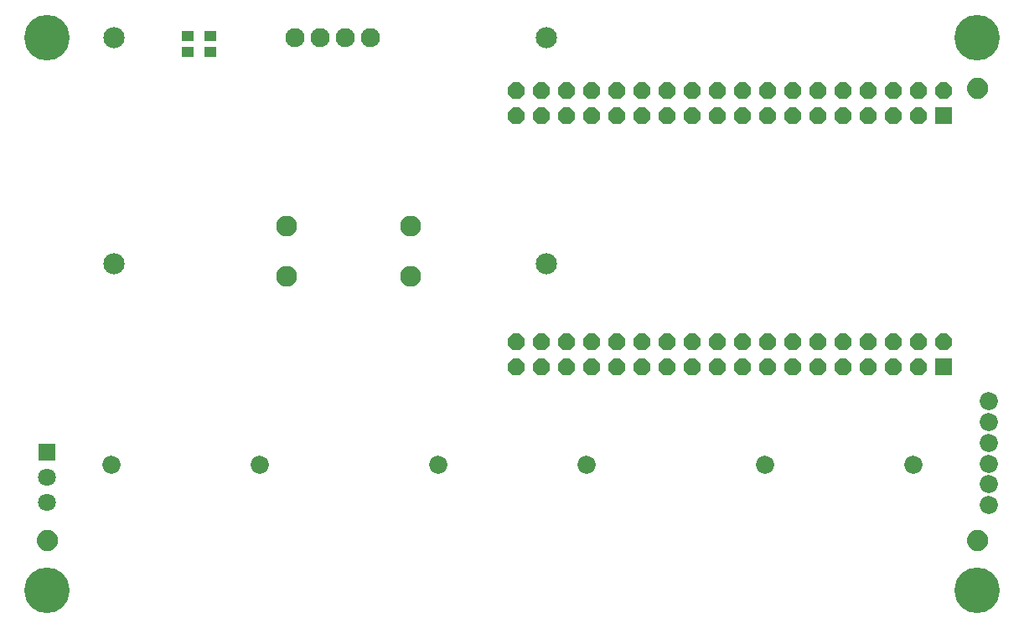
<source format=gbr>
G04 EAGLE Gerber RS-274X export*
G75*
%MOMM*%
%FSLAX34Y34*%
%LPD*%
%INSoldermask Top*%
%IPPOS*%
%AMOC8*
5,1,8,0,0,1.08239X$1,22.5*%
G01*
%ADD10R,1.676400X1.676400*%
%ADD11P,1.814519X8X202.500000*%
%ADD12R,1.803400X1.803400*%
%ADD13C,1.803400*%
%ADD14C,2.112400*%
%ADD15R,1.183641X1.102359*%
%ADD16C,2.152400*%
%ADD17C,1.930400*%
%ADD18C,1.832400*%
%ADD19C,4.597400*%
%ADD20C,0.609600*%
%ADD21C,1.168400*%


D10*
X944200Y263900D03*
D11*
X944200Y289300D03*
X918800Y263900D03*
X918800Y289300D03*
X893400Y263900D03*
X893400Y289300D03*
X868000Y263900D03*
X868000Y289300D03*
X842600Y263900D03*
X842600Y289300D03*
X817200Y263900D03*
X817200Y289300D03*
X791800Y263900D03*
X791800Y289300D03*
X766400Y263900D03*
X766400Y289300D03*
X741000Y263900D03*
X741000Y289300D03*
X715600Y263900D03*
X715600Y289300D03*
X690200Y263900D03*
X690200Y289300D03*
X664800Y263900D03*
X664800Y289300D03*
X639400Y263900D03*
X639400Y289300D03*
X614000Y263900D03*
X614000Y289300D03*
X588600Y263900D03*
X588600Y289300D03*
X563200Y263900D03*
X563200Y289300D03*
X537800Y263900D03*
X537800Y289300D03*
X512400Y263900D03*
X512400Y289300D03*
D10*
X944200Y517900D03*
D11*
X944200Y543300D03*
X918800Y517900D03*
X918800Y543300D03*
X893400Y517900D03*
X893400Y543300D03*
X868000Y517900D03*
X868000Y543300D03*
X842600Y517900D03*
X842600Y543300D03*
X817200Y517900D03*
X817200Y543300D03*
X791800Y517900D03*
X791800Y543300D03*
X766400Y517900D03*
X766400Y543300D03*
X741000Y517900D03*
X741000Y543300D03*
X715600Y517900D03*
X715600Y543300D03*
X690200Y517900D03*
X690200Y543300D03*
X664800Y517900D03*
X664800Y543300D03*
X639400Y517900D03*
X639400Y543300D03*
X614000Y517900D03*
X614000Y543300D03*
X588600Y517900D03*
X588600Y543300D03*
X563200Y517900D03*
X563200Y543300D03*
X537800Y517900D03*
X537800Y543300D03*
X512400Y517900D03*
X512400Y543300D03*
D12*
X38100Y177800D03*
D13*
X38100Y152400D03*
X38100Y127000D03*
D14*
X280400Y406000D03*
X280400Y356000D03*
X405400Y356000D03*
X405400Y406000D03*
D15*
X203200Y582549D03*
X203200Y598551D03*
X180340Y582549D03*
X180340Y598551D03*
D16*
X105410Y368300D03*
X542290Y368300D03*
X105410Y596900D03*
X542290Y596900D03*
D17*
X288290Y596900D03*
X313690Y596900D03*
X339090Y596900D03*
X364490Y596900D03*
D18*
X102800Y165100D03*
X252800Y165100D03*
X433000Y165100D03*
X583000Y165100D03*
X763200Y165100D03*
X913200Y165100D03*
X989900Y229300D03*
X989900Y208300D03*
X989900Y187300D03*
X989900Y166300D03*
X989900Y145300D03*
X989900Y124300D03*
D19*
X38100Y38100D03*
X977900Y38100D03*
X38100Y596900D03*
X977900Y596900D03*
D20*
X30480Y88900D02*
X30482Y89087D01*
X30489Y89274D01*
X30501Y89461D01*
X30517Y89647D01*
X30537Y89833D01*
X30562Y90018D01*
X30592Y90203D01*
X30626Y90387D01*
X30665Y90570D01*
X30708Y90752D01*
X30756Y90932D01*
X30808Y91112D01*
X30865Y91290D01*
X30925Y91467D01*
X30991Y91642D01*
X31060Y91816D01*
X31134Y91988D01*
X31212Y92158D01*
X31294Y92326D01*
X31380Y92492D01*
X31470Y92656D01*
X31564Y92817D01*
X31662Y92977D01*
X31764Y93133D01*
X31870Y93288D01*
X31980Y93439D01*
X32093Y93588D01*
X32210Y93734D01*
X32330Y93877D01*
X32454Y94017D01*
X32581Y94154D01*
X32712Y94288D01*
X32846Y94419D01*
X32983Y94546D01*
X33123Y94670D01*
X33266Y94790D01*
X33412Y94907D01*
X33561Y95020D01*
X33712Y95130D01*
X33867Y95236D01*
X34023Y95338D01*
X34183Y95436D01*
X34344Y95530D01*
X34508Y95620D01*
X34674Y95706D01*
X34842Y95788D01*
X35012Y95866D01*
X35184Y95940D01*
X35358Y96009D01*
X35533Y96075D01*
X35710Y96135D01*
X35888Y96192D01*
X36068Y96244D01*
X36248Y96292D01*
X36430Y96335D01*
X36613Y96374D01*
X36797Y96408D01*
X36982Y96438D01*
X37167Y96463D01*
X37353Y96483D01*
X37539Y96499D01*
X37726Y96511D01*
X37913Y96518D01*
X38100Y96520D01*
X38287Y96518D01*
X38474Y96511D01*
X38661Y96499D01*
X38847Y96483D01*
X39033Y96463D01*
X39218Y96438D01*
X39403Y96408D01*
X39587Y96374D01*
X39770Y96335D01*
X39952Y96292D01*
X40132Y96244D01*
X40312Y96192D01*
X40490Y96135D01*
X40667Y96075D01*
X40842Y96009D01*
X41016Y95940D01*
X41188Y95866D01*
X41358Y95788D01*
X41526Y95706D01*
X41692Y95620D01*
X41856Y95530D01*
X42017Y95436D01*
X42177Y95338D01*
X42333Y95236D01*
X42488Y95130D01*
X42639Y95020D01*
X42788Y94907D01*
X42934Y94790D01*
X43077Y94670D01*
X43217Y94546D01*
X43354Y94419D01*
X43488Y94288D01*
X43619Y94154D01*
X43746Y94017D01*
X43870Y93877D01*
X43990Y93734D01*
X44107Y93588D01*
X44220Y93439D01*
X44330Y93288D01*
X44436Y93133D01*
X44538Y92977D01*
X44636Y92817D01*
X44730Y92656D01*
X44820Y92492D01*
X44906Y92326D01*
X44988Y92158D01*
X45066Y91988D01*
X45140Y91816D01*
X45209Y91642D01*
X45275Y91467D01*
X45335Y91290D01*
X45392Y91112D01*
X45444Y90932D01*
X45492Y90752D01*
X45535Y90570D01*
X45574Y90387D01*
X45608Y90203D01*
X45638Y90018D01*
X45663Y89833D01*
X45683Y89647D01*
X45699Y89461D01*
X45711Y89274D01*
X45718Y89087D01*
X45720Y88900D01*
X45718Y88713D01*
X45711Y88526D01*
X45699Y88339D01*
X45683Y88153D01*
X45663Y87967D01*
X45638Y87782D01*
X45608Y87597D01*
X45574Y87413D01*
X45535Y87230D01*
X45492Y87048D01*
X45444Y86868D01*
X45392Y86688D01*
X45335Y86510D01*
X45275Y86333D01*
X45209Y86158D01*
X45140Y85984D01*
X45066Y85812D01*
X44988Y85642D01*
X44906Y85474D01*
X44820Y85308D01*
X44730Y85144D01*
X44636Y84983D01*
X44538Y84823D01*
X44436Y84667D01*
X44330Y84512D01*
X44220Y84361D01*
X44107Y84212D01*
X43990Y84066D01*
X43870Y83923D01*
X43746Y83783D01*
X43619Y83646D01*
X43488Y83512D01*
X43354Y83381D01*
X43217Y83254D01*
X43077Y83130D01*
X42934Y83010D01*
X42788Y82893D01*
X42639Y82780D01*
X42488Y82670D01*
X42333Y82564D01*
X42177Y82462D01*
X42017Y82364D01*
X41856Y82270D01*
X41692Y82180D01*
X41526Y82094D01*
X41358Y82012D01*
X41188Y81934D01*
X41016Y81860D01*
X40842Y81791D01*
X40667Y81725D01*
X40490Y81665D01*
X40312Y81608D01*
X40132Y81556D01*
X39952Y81508D01*
X39770Y81465D01*
X39587Y81426D01*
X39403Y81392D01*
X39218Y81362D01*
X39033Y81337D01*
X38847Y81317D01*
X38661Y81301D01*
X38474Y81289D01*
X38287Y81282D01*
X38100Y81280D01*
X37913Y81282D01*
X37726Y81289D01*
X37539Y81301D01*
X37353Y81317D01*
X37167Y81337D01*
X36982Y81362D01*
X36797Y81392D01*
X36613Y81426D01*
X36430Y81465D01*
X36248Y81508D01*
X36068Y81556D01*
X35888Y81608D01*
X35710Y81665D01*
X35533Y81725D01*
X35358Y81791D01*
X35184Y81860D01*
X35012Y81934D01*
X34842Y82012D01*
X34674Y82094D01*
X34508Y82180D01*
X34344Y82270D01*
X34183Y82364D01*
X34023Y82462D01*
X33867Y82564D01*
X33712Y82670D01*
X33561Y82780D01*
X33412Y82893D01*
X33266Y83010D01*
X33123Y83130D01*
X32983Y83254D01*
X32846Y83381D01*
X32712Y83512D01*
X32581Y83646D01*
X32454Y83783D01*
X32330Y83923D01*
X32210Y84066D01*
X32093Y84212D01*
X31980Y84361D01*
X31870Y84512D01*
X31764Y84667D01*
X31662Y84823D01*
X31564Y84983D01*
X31470Y85144D01*
X31380Y85308D01*
X31294Y85474D01*
X31212Y85642D01*
X31134Y85812D01*
X31060Y85984D01*
X30991Y86158D01*
X30925Y86333D01*
X30865Y86510D01*
X30808Y86688D01*
X30756Y86868D01*
X30708Y87048D01*
X30665Y87230D01*
X30626Y87413D01*
X30592Y87597D01*
X30562Y87782D01*
X30537Y87967D01*
X30517Y88153D01*
X30501Y88339D01*
X30489Y88526D01*
X30482Y88713D01*
X30480Y88900D01*
D21*
X38100Y88900D03*
D20*
X970280Y88900D02*
X970282Y89087D01*
X970289Y89274D01*
X970301Y89461D01*
X970317Y89647D01*
X970337Y89833D01*
X970362Y90018D01*
X970392Y90203D01*
X970426Y90387D01*
X970465Y90570D01*
X970508Y90752D01*
X970556Y90932D01*
X970608Y91112D01*
X970665Y91290D01*
X970725Y91467D01*
X970791Y91642D01*
X970860Y91816D01*
X970934Y91988D01*
X971012Y92158D01*
X971094Y92326D01*
X971180Y92492D01*
X971270Y92656D01*
X971364Y92817D01*
X971462Y92977D01*
X971564Y93133D01*
X971670Y93288D01*
X971780Y93439D01*
X971893Y93588D01*
X972010Y93734D01*
X972130Y93877D01*
X972254Y94017D01*
X972381Y94154D01*
X972512Y94288D01*
X972646Y94419D01*
X972783Y94546D01*
X972923Y94670D01*
X973066Y94790D01*
X973212Y94907D01*
X973361Y95020D01*
X973512Y95130D01*
X973667Y95236D01*
X973823Y95338D01*
X973983Y95436D01*
X974144Y95530D01*
X974308Y95620D01*
X974474Y95706D01*
X974642Y95788D01*
X974812Y95866D01*
X974984Y95940D01*
X975158Y96009D01*
X975333Y96075D01*
X975510Y96135D01*
X975688Y96192D01*
X975868Y96244D01*
X976048Y96292D01*
X976230Y96335D01*
X976413Y96374D01*
X976597Y96408D01*
X976782Y96438D01*
X976967Y96463D01*
X977153Y96483D01*
X977339Y96499D01*
X977526Y96511D01*
X977713Y96518D01*
X977900Y96520D01*
X978087Y96518D01*
X978274Y96511D01*
X978461Y96499D01*
X978647Y96483D01*
X978833Y96463D01*
X979018Y96438D01*
X979203Y96408D01*
X979387Y96374D01*
X979570Y96335D01*
X979752Y96292D01*
X979932Y96244D01*
X980112Y96192D01*
X980290Y96135D01*
X980467Y96075D01*
X980642Y96009D01*
X980816Y95940D01*
X980988Y95866D01*
X981158Y95788D01*
X981326Y95706D01*
X981492Y95620D01*
X981656Y95530D01*
X981817Y95436D01*
X981977Y95338D01*
X982133Y95236D01*
X982288Y95130D01*
X982439Y95020D01*
X982588Y94907D01*
X982734Y94790D01*
X982877Y94670D01*
X983017Y94546D01*
X983154Y94419D01*
X983288Y94288D01*
X983419Y94154D01*
X983546Y94017D01*
X983670Y93877D01*
X983790Y93734D01*
X983907Y93588D01*
X984020Y93439D01*
X984130Y93288D01*
X984236Y93133D01*
X984338Y92977D01*
X984436Y92817D01*
X984530Y92656D01*
X984620Y92492D01*
X984706Y92326D01*
X984788Y92158D01*
X984866Y91988D01*
X984940Y91816D01*
X985009Y91642D01*
X985075Y91467D01*
X985135Y91290D01*
X985192Y91112D01*
X985244Y90932D01*
X985292Y90752D01*
X985335Y90570D01*
X985374Y90387D01*
X985408Y90203D01*
X985438Y90018D01*
X985463Y89833D01*
X985483Y89647D01*
X985499Y89461D01*
X985511Y89274D01*
X985518Y89087D01*
X985520Y88900D01*
X985518Y88713D01*
X985511Y88526D01*
X985499Y88339D01*
X985483Y88153D01*
X985463Y87967D01*
X985438Y87782D01*
X985408Y87597D01*
X985374Y87413D01*
X985335Y87230D01*
X985292Y87048D01*
X985244Y86868D01*
X985192Y86688D01*
X985135Y86510D01*
X985075Y86333D01*
X985009Y86158D01*
X984940Y85984D01*
X984866Y85812D01*
X984788Y85642D01*
X984706Y85474D01*
X984620Y85308D01*
X984530Y85144D01*
X984436Y84983D01*
X984338Y84823D01*
X984236Y84667D01*
X984130Y84512D01*
X984020Y84361D01*
X983907Y84212D01*
X983790Y84066D01*
X983670Y83923D01*
X983546Y83783D01*
X983419Y83646D01*
X983288Y83512D01*
X983154Y83381D01*
X983017Y83254D01*
X982877Y83130D01*
X982734Y83010D01*
X982588Y82893D01*
X982439Y82780D01*
X982288Y82670D01*
X982133Y82564D01*
X981977Y82462D01*
X981817Y82364D01*
X981656Y82270D01*
X981492Y82180D01*
X981326Y82094D01*
X981158Y82012D01*
X980988Y81934D01*
X980816Y81860D01*
X980642Y81791D01*
X980467Y81725D01*
X980290Y81665D01*
X980112Y81608D01*
X979932Y81556D01*
X979752Y81508D01*
X979570Y81465D01*
X979387Y81426D01*
X979203Y81392D01*
X979018Y81362D01*
X978833Y81337D01*
X978647Y81317D01*
X978461Y81301D01*
X978274Y81289D01*
X978087Y81282D01*
X977900Y81280D01*
X977713Y81282D01*
X977526Y81289D01*
X977339Y81301D01*
X977153Y81317D01*
X976967Y81337D01*
X976782Y81362D01*
X976597Y81392D01*
X976413Y81426D01*
X976230Y81465D01*
X976048Y81508D01*
X975868Y81556D01*
X975688Y81608D01*
X975510Y81665D01*
X975333Y81725D01*
X975158Y81791D01*
X974984Y81860D01*
X974812Y81934D01*
X974642Y82012D01*
X974474Y82094D01*
X974308Y82180D01*
X974144Y82270D01*
X973983Y82364D01*
X973823Y82462D01*
X973667Y82564D01*
X973512Y82670D01*
X973361Y82780D01*
X973212Y82893D01*
X973066Y83010D01*
X972923Y83130D01*
X972783Y83254D01*
X972646Y83381D01*
X972512Y83512D01*
X972381Y83646D01*
X972254Y83783D01*
X972130Y83923D01*
X972010Y84066D01*
X971893Y84212D01*
X971780Y84361D01*
X971670Y84512D01*
X971564Y84667D01*
X971462Y84823D01*
X971364Y84983D01*
X971270Y85144D01*
X971180Y85308D01*
X971094Y85474D01*
X971012Y85642D01*
X970934Y85812D01*
X970860Y85984D01*
X970791Y86158D01*
X970725Y86333D01*
X970665Y86510D01*
X970608Y86688D01*
X970556Y86868D01*
X970508Y87048D01*
X970465Y87230D01*
X970426Y87413D01*
X970392Y87597D01*
X970362Y87782D01*
X970337Y87967D01*
X970317Y88153D01*
X970301Y88339D01*
X970289Y88526D01*
X970282Y88713D01*
X970280Y88900D01*
D21*
X977900Y88900D03*
D20*
X970280Y546100D02*
X970282Y546287D01*
X970289Y546474D01*
X970301Y546661D01*
X970317Y546847D01*
X970337Y547033D01*
X970362Y547218D01*
X970392Y547403D01*
X970426Y547587D01*
X970465Y547770D01*
X970508Y547952D01*
X970556Y548132D01*
X970608Y548312D01*
X970665Y548490D01*
X970725Y548667D01*
X970791Y548842D01*
X970860Y549016D01*
X970934Y549188D01*
X971012Y549358D01*
X971094Y549526D01*
X971180Y549692D01*
X971270Y549856D01*
X971364Y550017D01*
X971462Y550177D01*
X971564Y550333D01*
X971670Y550488D01*
X971780Y550639D01*
X971893Y550788D01*
X972010Y550934D01*
X972130Y551077D01*
X972254Y551217D01*
X972381Y551354D01*
X972512Y551488D01*
X972646Y551619D01*
X972783Y551746D01*
X972923Y551870D01*
X973066Y551990D01*
X973212Y552107D01*
X973361Y552220D01*
X973512Y552330D01*
X973667Y552436D01*
X973823Y552538D01*
X973983Y552636D01*
X974144Y552730D01*
X974308Y552820D01*
X974474Y552906D01*
X974642Y552988D01*
X974812Y553066D01*
X974984Y553140D01*
X975158Y553209D01*
X975333Y553275D01*
X975510Y553335D01*
X975688Y553392D01*
X975868Y553444D01*
X976048Y553492D01*
X976230Y553535D01*
X976413Y553574D01*
X976597Y553608D01*
X976782Y553638D01*
X976967Y553663D01*
X977153Y553683D01*
X977339Y553699D01*
X977526Y553711D01*
X977713Y553718D01*
X977900Y553720D01*
X978087Y553718D01*
X978274Y553711D01*
X978461Y553699D01*
X978647Y553683D01*
X978833Y553663D01*
X979018Y553638D01*
X979203Y553608D01*
X979387Y553574D01*
X979570Y553535D01*
X979752Y553492D01*
X979932Y553444D01*
X980112Y553392D01*
X980290Y553335D01*
X980467Y553275D01*
X980642Y553209D01*
X980816Y553140D01*
X980988Y553066D01*
X981158Y552988D01*
X981326Y552906D01*
X981492Y552820D01*
X981656Y552730D01*
X981817Y552636D01*
X981977Y552538D01*
X982133Y552436D01*
X982288Y552330D01*
X982439Y552220D01*
X982588Y552107D01*
X982734Y551990D01*
X982877Y551870D01*
X983017Y551746D01*
X983154Y551619D01*
X983288Y551488D01*
X983419Y551354D01*
X983546Y551217D01*
X983670Y551077D01*
X983790Y550934D01*
X983907Y550788D01*
X984020Y550639D01*
X984130Y550488D01*
X984236Y550333D01*
X984338Y550177D01*
X984436Y550017D01*
X984530Y549856D01*
X984620Y549692D01*
X984706Y549526D01*
X984788Y549358D01*
X984866Y549188D01*
X984940Y549016D01*
X985009Y548842D01*
X985075Y548667D01*
X985135Y548490D01*
X985192Y548312D01*
X985244Y548132D01*
X985292Y547952D01*
X985335Y547770D01*
X985374Y547587D01*
X985408Y547403D01*
X985438Y547218D01*
X985463Y547033D01*
X985483Y546847D01*
X985499Y546661D01*
X985511Y546474D01*
X985518Y546287D01*
X985520Y546100D01*
X985518Y545913D01*
X985511Y545726D01*
X985499Y545539D01*
X985483Y545353D01*
X985463Y545167D01*
X985438Y544982D01*
X985408Y544797D01*
X985374Y544613D01*
X985335Y544430D01*
X985292Y544248D01*
X985244Y544068D01*
X985192Y543888D01*
X985135Y543710D01*
X985075Y543533D01*
X985009Y543358D01*
X984940Y543184D01*
X984866Y543012D01*
X984788Y542842D01*
X984706Y542674D01*
X984620Y542508D01*
X984530Y542344D01*
X984436Y542183D01*
X984338Y542023D01*
X984236Y541867D01*
X984130Y541712D01*
X984020Y541561D01*
X983907Y541412D01*
X983790Y541266D01*
X983670Y541123D01*
X983546Y540983D01*
X983419Y540846D01*
X983288Y540712D01*
X983154Y540581D01*
X983017Y540454D01*
X982877Y540330D01*
X982734Y540210D01*
X982588Y540093D01*
X982439Y539980D01*
X982288Y539870D01*
X982133Y539764D01*
X981977Y539662D01*
X981817Y539564D01*
X981656Y539470D01*
X981492Y539380D01*
X981326Y539294D01*
X981158Y539212D01*
X980988Y539134D01*
X980816Y539060D01*
X980642Y538991D01*
X980467Y538925D01*
X980290Y538865D01*
X980112Y538808D01*
X979932Y538756D01*
X979752Y538708D01*
X979570Y538665D01*
X979387Y538626D01*
X979203Y538592D01*
X979018Y538562D01*
X978833Y538537D01*
X978647Y538517D01*
X978461Y538501D01*
X978274Y538489D01*
X978087Y538482D01*
X977900Y538480D01*
X977713Y538482D01*
X977526Y538489D01*
X977339Y538501D01*
X977153Y538517D01*
X976967Y538537D01*
X976782Y538562D01*
X976597Y538592D01*
X976413Y538626D01*
X976230Y538665D01*
X976048Y538708D01*
X975868Y538756D01*
X975688Y538808D01*
X975510Y538865D01*
X975333Y538925D01*
X975158Y538991D01*
X974984Y539060D01*
X974812Y539134D01*
X974642Y539212D01*
X974474Y539294D01*
X974308Y539380D01*
X974144Y539470D01*
X973983Y539564D01*
X973823Y539662D01*
X973667Y539764D01*
X973512Y539870D01*
X973361Y539980D01*
X973212Y540093D01*
X973066Y540210D01*
X972923Y540330D01*
X972783Y540454D01*
X972646Y540581D01*
X972512Y540712D01*
X972381Y540846D01*
X972254Y540983D01*
X972130Y541123D01*
X972010Y541266D01*
X971893Y541412D01*
X971780Y541561D01*
X971670Y541712D01*
X971564Y541867D01*
X971462Y542023D01*
X971364Y542183D01*
X971270Y542344D01*
X971180Y542508D01*
X971094Y542674D01*
X971012Y542842D01*
X970934Y543012D01*
X970860Y543184D01*
X970791Y543358D01*
X970725Y543533D01*
X970665Y543710D01*
X970608Y543888D01*
X970556Y544068D01*
X970508Y544248D01*
X970465Y544430D01*
X970426Y544613D01*
X970392Y544797D01*
X970362Y544982D01*
X970337Y545167D01*
X970317Y545353D01*
X970301Y545539D01*
X970289Y545726D01*
X970282Y545913D01*
X970280Y546100D01*
D21*
X977900Y546100D03*
M02*

</source>
